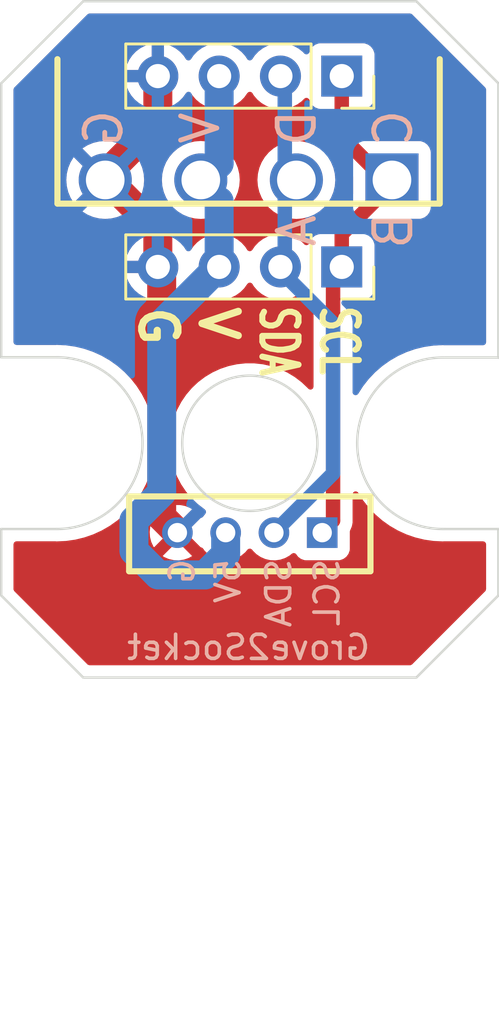
<source format=kicad_pcb>
(kicad_pcb (version 20211014) (generator pcbnew)
  (layers (0 "F.Cu" signal) (31 "B.Cu" signal) (34 "B.Paste" user) (35 "F.Paste" user) (36 "B.SilkS" user "B.Silkscreen") (37 "F.SilkS" user "F.Silkscreen") (38 "B.Mask" user) (39 "F.Mask" user) (44 "Edge.Cuts" user))
  (net 0 "")
  (net 1 "Net-(CN1-Pad1)")
  (net 2 "Net-(CN1-Pad2)")
  (net 3 "Net-(CN1-Pad3)")
  (net 4 "GND")
  (footprint "akita:CON_GROVE_H" (layer "F.Cu") (at 10.3 22 180)
    (fp_text reference "CN1" hide)
    (fp_text value "CON_GROVE" hide)
    (fp_line (start -5 -1.6) (end 5 -1.6) (layer "F.SilkS") (width 0.254))
    (fp_line (start -5 1.5) (end 5 1.5) (layer "F.SilkS") (width 0.254))
    (fp_line (start -5 -1.6) (end -5 1.5) (layer "F.SilkS") (width 0.254))
    (fp_line (start -5 -1) (end -5 1) (layer "F.SilkS") (width 0.127))
    (fp_line (start 5 1.5) (end 5 -1.6) (layer "F.SilkS") (width 0.254))
    (pad "1" thru_hole rect (at -3 0 180) (size 1.27 1.27) (drill 0.8) (layers *.Cu *.Mask) (net 1 "Net-(CN1-Pad1)"))
    (pad "2" thru_hole circle (at -1 0 180) (size 1.27 1.27) (drill 0.8) (layers *.Cu *.Mask) (net 2 "Net-(CN1-Pad2)"))
    (pad "3" thru_hole circle (at 1 0 180) (size 1.27 1.27) (drill 0.8) (layers *.Cu *.Mask) (net 3 "Net-(CN1-Pad3)"))
    (pad "4" thru_hole circle (at 3 0 180) (size 1.27 1.27) (drill 0.8) (layers *.Cu *.Mask) (net 4 "GND"))
  )
  (footprint "Connector_PinSocket_2.54mm:PinSocket_1x04_P2.54mm_Vertical" (layer "F.Cu") (at 14.11 3.1 -90)
    (fp_text reference "J1" hide)
    (fp_text value "Conn_01x04" hide)
    (fp_line (start -1.33 1.27) (end -1.33 8.95) (layer "F.SilkS") (width 0.12))
    (fp_line (start 1.33 1.27) (end 1.33 8.95) (layer "F.SilkS") (width 0.12))
    (fp_line (start 0 -1.33) (end 1.33 -1.33) (layer "F.SilkS") (width 0.12))
    (fp_line (start -1.33 1.27) (end 1.33 1.27) (layer "F.SilkS") (width 0.12))
    (fp_line (start -1.33 8.95) (end 1.33 8.95) (layer "F.SilkS") (width 0.12))
    (fp_line (start 1.33 -1.33) (end 1.33 0) (layer "F.SilkS") (width 0.12))
    (pad "1" thru_hole rect locked (at 0 0 270) (size 1.7 1.7) (drill 1) (layers *.Cu *.Mask) (net 1 "Net-(CN1-Pad1)"))
    (pad "2" thru_hole oval locked (at 0 2.54 270) (size 1.7 1.7) (drill 1) (layers *.Cu *.Mask) (net 2 "Net-(CN1-Pad2)"))
    (pad "3" thru_hole oval locked (at 0 5.08 270) (size 1.7 1.7) (drill 1) (layers *.Cu *.Mask) (net 3 "Net-(CN1-Pad3)"))
    (pad "4" thru_hole oval locked (at 0 7.62 270) (size 1.7 1.7) (drill 1) (layers *.Cu *.Mask) (net 4 "GND"))
  )
  (footprint "akita:CON_HT396R_4P" (layer "F.Cu") (at 10.25 7.4 180)
    (fp_text reference "J2" hide)
    (fp_text value "Conn_01x04" hide)
    (fp_line (start -7.92 5) (end -7.92 -0.98) (layer "F.SilkS") (width 0.254))
    (fp_line (start 7.92 -0.98) (end 7.92 5) (layer "F.SilkS") (width 0.254))
    (fp_line (start -7.92 -0.98) (end 7.92 -0.98) (layer "F.SilkS") (width 0.254))
    (pad "1" thru_hole rect (at -5.94 0 180) (size 2.2 2.2) (drill 1.6) (layers *.Cu *.Mask) (net 1 "Net-(CN1-Pad1)"))
    (pad "2" thru_hole circle (at -1.98 0 200) (size 2.2 2.2) (drill 1.6) (layers *.Cu *.Mask) (net 2 "Net-(CN1-Pad2)"))
    (pad "3" thru_hole circle (at 1.98 0 180) (size 2.2 2.2) (drill 1.6) (layers *.Cu *.Mask) (net 3 "Net-(CN1-Pad3)"))
    (pad "4" thru_hole circle (at 5.94 0 180) (size 2.2 2.2) (drill 1.6) (layers *.Cu *.Mask) (net 4 "GND"))
  )
  (footprint "Connector_PinSocket_2.54mm:PinSocket_1x04_P2.54mm_Vertical" (layer "F.Cu") (at 14.11 11 -90)
    (fp_text reference "J3" hide)
    (fp_text value "Conn_01x04" hide)
    (fp_line (start 0 -1.33) (end 1.33 -1.33) (layer "F.SilkS") (width 0.12))
    (fp_line (start 1.33 -1.33) (end 1.33 0) (layer "F.SilkS") (width 0.12))
    (fp_line (start 1.33 1.27) (end 1.33 8.95) (layer "F.SilkS") (width 0.12))
    (fp_line (start -1.33 8.95) (end 1.33 8.95) (layer "F.SilkS") (width 0.12))
    (fp_line (start -1.33 1.27) (end -1.33 8.95) (layer "F.SilkS") (width 0.12))
    (fp_line (start -1.33 1.27) (end 1.33 1.27) (layer "F.SilkS") (width 0.12))
    (pad "1" thru_hole rect locked (at 0 0 270) (size 1.7 1.7) (drill 1) (layers *.Cu *.Mask) (net 1 "Net-(CN1-Pad1)"))
    (pad "2" thru_hole oval locked (at 0 2.54 270) (size 1.7 1.7) (drill 1) (layers *.Cu *.Mask) (net 2 "Net-(CN1-Pad2)"))
    (pad "3" thru_hole oval locked (at 0 5.08 270) (size 1.7 1.7) (drill 1) (layers *.Cu *.Mask) (net 3 "Net-(CN1-Pad3)"))
    (pad "4" thru_hole oval locked (at 0 7.62 270) (size 1.7 1.7) (drill 1) (layers *.Cu *.Mask) (net 4 "GND"))
  )
  (gr_line (start 0 24.6) (end 0 21.85) (layer "Edge.Cuts") (width 0.1))
  (gr_line (start 0 14.74) (end 2.3 14.74) (layer "Edge.Cuts") (width 0.1))
  (gr_line (start 20.6 21.85) (end 20.6 24.6) (layer "Edge.Cuts") (width 0.1))
  (gr_line (start 3.4 0) (end 17.2 0) (layer "Edge.Cuts") (width 0.1))
  (gr_line (start 0 3.4) (end 3.4 0) (layer "Edge.Cuts") (width 0.1))
  (gr_line (start 0 14.74) (end 0 3.4) (layer "Edge.Cuts") (width 0.1))
  (gr_line (start 0 24.6) (end 3.4 28) (layer "Edge.Cuts") (width 0.1))
  (gr_line (start 3.4 28) (end 17.2 28) (layer "Edge.Cuts") (width 0.1))
  (gr_line (start 20.6 3.4) (end 17.2 0) (layer "Edge.Cuts") (width 0.1))
  (gr_arc (start 2.3 14.74) (mid 5.855 18.295) (end 2.3 21.85) (layer "Edge.Cuts") (width 0.1))
  (gr_line (start 0 21.85) (end 2.3 21.85) (layer "Edge.Cuts") (width 0.1))
  (gr_circle (center 10.3 18.3) (end 13.1 18.3) (layer "Edge.Cuts") (width 0.1) (fill none))
  (gr_line (start 18.3 21.85) (end 20.6 21.85) (layer "Edge.Cuts") (width 0.1))
  (gr_line (start 18.3 14.75) (end 20.6 14.75) (layer "Edge.Cuts") (width 0.1))
  (gr_line (start 20.6 14.76) (end 20.6 3.4) (layer "Edge.Cuts") (width 0.1))
  (gr_line (start 17.2 28) (end 20.6 24.6) (layer "Edge.Cuts") (width 0.1))
  (gr_arc (start 18.3 21.85) (mid 14.75 18.3) (end 18.3 14.75) (layer "Edge.Cuts") (width 0.1))
  (gr_text "G" (at 4.25 5.25 90) (layer "B.SilkS") (effects (font (size 1.5 1.5) (thickness 0.2)) (justify mirror)))
  (gr_text "B" (at 16.25 9.5 90) (layer "B.SilkS") (effects (font (size 1.5 1.5) (thickness 0.2)) (justify mirror)))
  (gr_text "5V" (at 9.4 23 90) (layer "B.SilkS") (effects (font (size 1 1)) (justify left mirror)))
  (gr_text "G" (at 7.5 23 90) (layer "B.SilkS") (effects (font (size 1 1)) (justify left mirror)))
  (gr_text "V" (at 8.25 5.25 90) (layer "B.SilkS") (effects (font (size 1.5 1.5) (thickness 0.2)) (justify mirror)))
  (gr_text "C" (at 16.25 5.25 90) (layer "B.SilkS") (effects (font (size 1.5 1.5) (thickness 0.2)) (justify mirror)))
  (gr_text "SDA" (at 11.5 23 90) (layer "B.SilkS") (effects (font (size 1 1)) (justify left mirror)))
  (gr_text "D" (at 12.25 5.25 90) (layer "B.SilkS") (effects (font (size 1.5 1.5) (thickness 0.2)) (justify mirror)))
  (gr_text "Grove2Socket" (at 10.25 26.75) (layer "B.SilkS") (effects (font (size 1 1)) (justify mirror)))
  (gr_text "A" (at 12.25 9.5 90) (layer "B.SilkS") (effects (font (size 1.5 1.5) (thickness 0.2)) (justify mirror)))
  (gr_text "SCL\n" (at 13.5 23 90) (layer "B.SilkS") (effects (font (size 1 1)) (justify left mirror)))
  (gr_text "V" (at 9 12.5 270) (layer "F.SilkS") (effects (font (size 1.5 1.5) (thickness 0.3)) (justify left)))
  (gr_text "SDA" (at 11.5 12.5 270) (layer "F.SilkS") (effects (font (size 1.5 1) (thickness 0.25)) (justify left)))
  (gr_text "G" (at 6.5 12.5 270) (layer "F.SilkS") (effects (font (size 1.5 1.5) (thickness 0.3)) (justify left)))
  (gr_text "SCL" (at 14 12.5 270) (layer "F.SilkS") (effects (font (size 1.5 1) (thickness 0.25)) (justify left)))
  (segment (start 14.11 11) (end 14.11 9.64) (width 0.6) (layer "F.Cu") (net 1))
  (segment (start 14.11 5.61) (end 16 7.5) (width 0.6) (layer "F.Cu") (net 1))
  (segment (start 13.3 22) (end 13.75 21.55) (width 0.2) (layer "F.Cu") (net 1))
  (segment (start 13.75 11.36) (end 13.75 21.5) (width 0.6) (layer "F.Cu") (net 1))
  (segment (start 13.75 21.5) (end 13.25 22) (width 0.6) (layer "F.Cu") (net 1))
  (segment (start 14.11 3.1) (end 14.11 5.61) (width 0.6) (layer "F.Cu") (net 1))
  (segment (start 14.11 9.64) (end 16.25 7.5) (width 0.6) (layer "F.Cu") (net 1))
  (segment (start 14.11 11) (end 13.75 11.36) (width 0.6) (layer "F.Cu") (net 1))
  (segment (start 13.75 19.55) (end 13.75 13.339022) (width 0.6) (layer "B.Cu") (net 2))
  (segment (start 11.75 11.339022) (end 11.75 3) (width 0.6) (layer "B.Cu") (net 2))
  (segment (start 11.3 22) (end 13.75 19.55) (width 0.6) (layer "B.Cu") (net 2))
  (segment (start 13.75 13.339022) (end 11.75 11.339022) (width 0.6) (layer "B.Cu") (net 2))
  (segment (start 5.5 22.75) (end 5.5 21.5) (width 1.2) (layer "B.Cu") (net 3))
  (segment (start 9.3 22) (end 9.3 22.898025) (width 1.2) (layer "B.Cu") (net 3))
  (segment (start 6.65 20.35) (end 6.65 13.35) (width 1.2) (layer "B.Cu") (net 3))
  (segment (start 9.3 22.898025) (end 8.448025 23.75) (width 1.2) (layer "B.Cu") (net 3))
  (segment (start 6.5 23.75) (end 5.5 22.75) (width 1.2) (layer "B.Cu") (net 3))
  (segment (start 8.448025 23.75) (end 6.5 23.75) (width 1.2) (layer "B.Cu") (net 3))
  (segment (start 9.03 3.1) (end 9.03 6.72) (width 1.2) (layer "B.Cu") (net 3))
  (segment (start 5.5 21.5) (end 6.65 20.35) (width 1.2) (layer "B.Cu") (net 3))
  (segment (start 9.03 6.72) (end 8.25 7.5) (width 1.2) (layer "B.Cu") (net 3))
  (segment (start 9.03 11) (end 9.03 8.28) (width 1.2) (layer "B.Cu") (net 3))
  (segment (start 6.65 13.35) (end 9 11) (width 1.2) (layer "B.Cu") (net 3))
  (segment (start 6.49 5.01) (end 4.25 7.25) (width 1.2) (layer "F.Cu") (net 4))
  (segment (start 6.65 21.35) (end 6.65 11.15) (width 1.2) (layer "F.Cu") (net 4))
  (segment (start 7.3 22) (end 6.65 21.35) (width 1.2) (layer "F.Cu") (net 4))
  (segment (start 6.49 3.1) (end 6.49 5.01) (width 1.2) (layer "F.Cu") (net 4))
  (segment (start 6.49 9.49) (end 4.25 7.25) (width 1.2) (layer "F.Cu") (net 4))
  (segment (start 6.65 11.15) (end 6.5 11) (width 1.2) (layer "F.Cu") (net 4))
  (segment (start 6.49 11) (end 6.49 9.49) (width 1.2) (layer "F.Cu") (net 4))
  (zone (net 4) (net_name "GND") (layers F&B.Cu) (connect_pads (clearance 0.508)) (min_thickness 0.254) (fill yes (thermal_gap 0.508) (thermal_bridge_width 0.508))
    (polygon (pts (xy 20.6 28) (xy 0 28) (xy 0 0) (xy 20.6 0)))
  )
)
</source>
